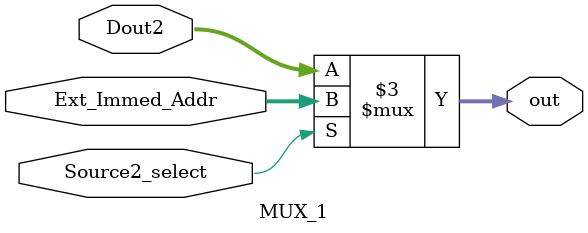
<source format=v>
module MUX_1(Source2_select, Dout2, Ext_Immed_Addr, out);
  input Source2_select; //select line
  input [15:0] Dout2, Ext_Immed_Addr; //2 options for MUX

  output [15:0] out; //result of MUX

  reg [15:0] out;

  always @(*)
  begin
    if(Source2_select)  //if select line == 1, immediate address will go
      out = Ext_Immed_Addr;  
    else
      out = Dout2; //if select line == 0, source-2 Data will go
  end

endmodule

</source>
